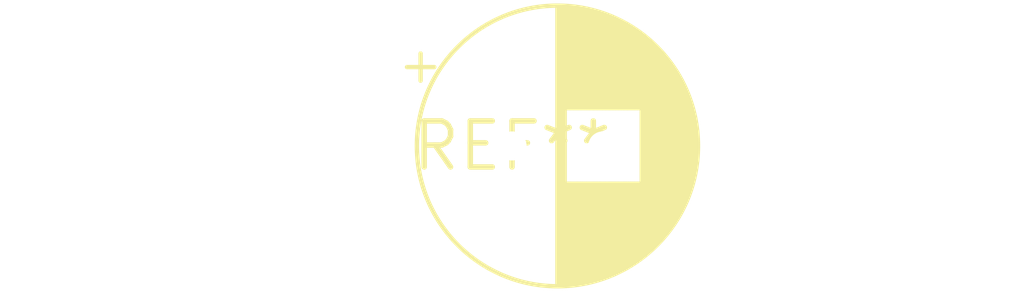
<source format=kicad_pcb>
(kicad_pcb (version 20240108) (generator pcbnew)
  (layers (0 "F.Cu" signal) (31 "B.Cu" signal) (34 "B.Paste" user) (35 "F.Paste" user) (36 "B.SilkS" user "B.Silkscreen") (37 "F.SilkS" user "F.Silkscreen") (38 "B.Mask" user) (39 "F.Mask" user) (44 "Edge.Cuts" user))
  (net 0 "")
  (footprint "CP_Radial_D7.5mm_P2.50mm" (layer "F.Cu") (at 0 0)
    (property "Reference" "REF**")
    (property "Value" "CP_Radial_D7.5mm_P2.50mm")
    (fp_line (start -2.892211 -2.175) (end -2.142211 -2.175) (layer "F.SilkS") (stroke (width 0.12)))
    (fp_line (start -2.517211 -2.55) (end -2.517211 -1.8) (layer "F.SilkS") (stroke (width 0.12)))
    (fp_line (start 1.25 -3.83) (end 1.25 3.83) (layer "F.SilkS") (stroke (width 0.12)))
    (fp_line (start 1.29 -3.83) (end 1.29 3.83) (layer "F.SilkS") (stroke (width 0.12)))
    (fp_line (start 1.33 -3.83) (end 1.33 3.83) (layer "F.SilkS") (stroke (width 0.12)))
    (fp_line (start 1.37 -3.829) (end 1.37 3.829) (layer "F.SilkS") (stroke (width 0.12)))
    (fp_line (start 1.41 -3.827) (end 1.41 3.827) (layer "F.SilkS") (stroke (width 0.12)))
    (fp_line (start 1.45 -3.825) (end 1.45 3.825) (layer "F.SilkS") (stroke (width 0.12)))
    (fp_line (start 1.49 -3.823) (end 1.49 -1.04) (layer "F.SilkS") (stroke (width 0.12)))
    (fp_line (start 1.49 1.04) (end 1.49 3.823) (layer "F.SilkS") (stroke (width 0.12)))
    (fp_line (start 1.53 -3.82) (end 1.53 -1.04) (layer "F.SilkS") (stroke (width 0.12)))
    (fp_line (start 1.53 1.04) (end 1.53 3.82) (layer "F.SilkS") (stroke (width 0.12)))
    (fp_line (start 1.57 -3.817) (end 1.57 -1.04) (layer "F.SilkS") (stroke (width 0.12)))
    (fp_line (start 1.57 1.04) (end 1.57 3.817) (layer "F.SilkS") (stroke (width 0.12)))
    (fp_line (start 1.61 -3.814) (end 1.61 -1.04) (layer "F.SilkS") (stroke (width 0.12)))
    (fp_line (start 1.61 1.04) (end 1.61 3.814) (layer "F.SilkS") (stroke (width 0.12)))
    (fp_line (start 1.65 -3.81) (end 1.65 -1.04) (layer "F.SilkS") (stroke (width 0.12)))
    (fp_line (start 1.65 1.04) (end 1.65 3.81) (layer "F.SilkS") (stroke (width 0.12)))
    (fp_line (start 1.69 -3.805) (end 1.69 -1.04) (layer "F.SilkS") (stroke (width 0.12)))
    (fp_line (start 1.69 1.04) (end 1.69 3.805) (layer "F.SilkS") (stroke (width 0.12)))
    (fp_line (start 1.73 -3.801) (end 1.73 -1.04) (layer "F.SilkS") (stroke (width 0.12)))
    (fp_line (start 1.73 1.04) (end 1.73 3.801) (layer "F.SilkS") (stroke (width 0.12)))
    (fp_line (start 1.77 -3.795) (end 1.77 -1.04) (layer "F.SilkS") (stroke (width 0.12)))
    (fp_line (start 1.77 1.04) (end 1.77 3.795) (layer "F.SilkS") (stroke (width 0.12)))
    (fp_line (start 1.81 -3.79) (end 1.81 -1.04) (layer "F.SilkS") (stroke (width 0.12)))
    (fp_line (start 1.81 1.04) (end 1.81 3.79) (layer "F.SilkS") (stroke (width 0.12)))
    (fp_line (start 1.85 -3.784) (end 1.85 -1.04) (layer "F.SilkS") (stroke (width 0.12)))
    (fp_line (start 1.85 1.04) (end 1.85 3.784) (layer "F.SilkS") (stroke (width 0.12)))
    (fp_line (start 1.89 -3.777) (end 1.89 -1.04) (layer "F.SilkS") (stroke (width 0.12)))
    (fp_line (start 1.89 1.04) (end 1.89 3.777) (layer "F.SilkS") (stroke (width 0.12)))
    (fp_line (start 1.93 -3.77) (end 1.93 -1.04) (layer "F.SilkS") (stroke (width 0.12)))
    (fp_line (start 1.93 1.04) (end 1.93 3.77) (layer "F.SilkS") (stroke (width 0.12)))
    (fp_line (start 1.971 -3.763) (end 1.971 -1.04) (layer "F.SilkS") (stroke (width 0.12)))
    (fp_line (start 1.971 1.04) (end 1.971 3.763) (layer "F.SilkS") (stroke (width 0.12)))
    (fp_line (start 2.011 -3.755) (end 2.011 -1.04) (layer "F.SilkS") (stroke (width 0.12)))
    (fp_line (start 2.011 1.04) (end 2.011 3.755) (layer "F.SilkS") (stroke (width 0.12)))
    (fp_line (start 2.051 -3.747) (end 2.051 -1.04) (layer "F.SilkS") (stroke (width 0.12)))
    (fp_line (start 2.051 1.04) (end 2.051 3.747) (layer "F.SilkS") (stroke (width 0.12)))
    (fp_line (start 2.091 -3.738) (end 2.091 -1.04) (layer "F.SilkS") (stroke (width 0.12)))
    (fp_line (start 2.091 1.04) (end 2.091 3.738) (layer "F.SilkS") (stroke (width 0.12)))
    (fp_line (start 2.131 -3.729) (end 2.131 -1.04) (layer "F.SilkS") (stroke (width 0.12)))
    (fp_line (start 2.131 1.04) (end 2.131 3.729) (layer "F.SilkS") (stroke (width 0.12)))
    (fp_line (start 2.171 -3.72) (end 2.171 -1.04) (layer "F.SilkS") (stroke (width 0.12)))
    (fp_line (start 2.171 1.04) (end 2.171 3.72) (layer "F.SilkS") (stroke (width 0.12)))
    (fp_line (start 2.211 -3.71) (end 2.211 -1.04) (layer "F.SilkS") (stroke (width 0.12)))
    (fp_line (start 2.211 1.04) (end 2.211 3.71) (layer "F.SilkS") (stroke (width 0.12)))
    (fp_line (start 2.251 -3.699) (end 2.251 -1.04) (layer "F.SilkS") (stroke (width 0.12)))
    (fp_line (start 2.251 1.04) (end 2.251 3.699) (layer "F.SilkS") (stroke (width 0.12)))
    (fp_line (start 2.291 -3.688) (end 2.291 -1.04) (layer "F.SilkS") (stroke (width 0.12)))
    (fp_line (start 2.291 1.04) (end 2.291 3.688) (layer "F.SilkS") (stroke (width 0.12)))
    (fp_line (start 2.331 -3.677) (end 2.331 -1.04) (layer "F.SilkS") (stroke (width 0.12)))
    (fp_line (start 2.331 1.04) (end 2.331 3.677) (layer "F.SilkS") (stroke (width 0.12)))
    (fp_line (start 2.371 -3.665) (end 2.371 -1.04) (layer "F.SilkS") (stroke (width 0.12)))
    (fp_line (start 2.371 1.04) (end 2.371 3.665) (layer "F.SilkS") (stroke (width 0.12)))
    (fp_line (start 2.411 -3.653) (end 2.411 -1.04) (layer "F.SilkS") (stroke (width 0.12)))
    (fp_line (start 2.411 1.04) (end 2.411 3.653) (layer "F.SilkS") (stroke (width 0.12)))
    (fp_line (start 2.451 -3.64) (end 2.451 -1.04) (layer "F.SilkS") (stroke (width 0.12)))
    (fp_line (start 2.451 1.04) (end 2.451 3.64) (layer "F.SilkS") (stroke (width 0.12)))
    (fp_line (start 2.491 -3.626) (end 2.491 -1.04) (layer "F.SilkS") (stroke (width 0.12)))
    (fp_line (start 2.491 1.04) (end 2.491 3.626) (layer "F.SilkS") (stroke (width 0.12)))
    (fp_line (start 2.531 -3.613) (end 2.531 -1.04) (layer "F.SilkS") (stroke (width 0.12)))
    (fp_line (start 2.531 1.04) (end 2.531 3.613) (layer "F.SilkS") (stroke (width 0.12)))
    (fp_line (start 2.571 -3.598) (end 2.571 -1.04) (layer "F.SilkS") (stroke (width 0.12)))
    (fp_line (start 2.571 1.04) (end 2.571 3.598) (layer "F.SilkS") (stroke (width 0.12)))
    (fp_line (start 2.611 -3.584) (end 2.611 -1.04) (layer "F.SilkS") (stroke (width 0.12)))
    (fp_line (start 2.611 1.04) (end 2.611 3.584) (layer "F.SilkS") (stroke (width 0.12)))
    (fp_line (start 2.651 -3.568) (end 2.651 -1.04) (layer "F.SilkS") (stroke (width 0.12)))
    (fp_line (start 2.651 1.04) (end 2.651 3.568) (layer "F.SilkS") (stroke (width 0.12)))
    (fp_line (start 2.691 -3.553) (end 2.691 -1.04) (layer "F.SilkS") (stroke (width 0.12)))
    (fp_line (start 2.691 1.04) (end 2.691 3.553) (layer "F.SilkS") (stroke (width 0.12)))
    (fp_line (start 2.731 -3.536) (end 2.731 -1.04) (layer "F.SilkS") (stroke (width 0.12)))
    (fp_line (start 2.731 1.04) (end 2.731 3.536) (layer "F.SilkS") (stroke (width 0.12)))
    (fp_line (start 2.771 -3.52) (end 2.771 -1.04) (layer "F.SilkS") (stroke (width 0.12)))
    (fp_line (start 2.771 1.04) (end 2.771 3.52) (layer "F.SilkS") (stroke (width 0.12)))
    (fp_line (start 2.811 -3.502) (end 2.811 -1.04) (layer "F.SilkS") (stroke (width 0.12)))
    (fp_line (start 2.811 1.04) (end 2.811 3.502) (layer "F.SilkS") (stroke (width 0.12)))
    (fp_line (start 2.851 -3.484) (end 2.851 -1.04) (layer "F.SilkS") (stroke (width 0.12)))
    (fp_line (start 2.851 1.04) (end 2.851 3.484) (layer "F.SilkS") (stroke (width 0.12)))
    (fp_line (start 2.891 -3.466) (end 2.891 -1.04) (layer "F.SilkS") (stroke (width 0.12)))
    (fp_line (start 2.891 1.04) (end 2.891 3.466) (layer "F.SilkS") (stroke (width 0.12)))
    (fp_line (start 2.931 -3.447) (end 2.931 -1.04) (layer "F.SilkS") (stroke (width 0.12)))
    (fp_line (start 2.931 1.04) (end 2.931 3.447) (layer "F.SilkS") (stroke (width 0.12)))
    (fp_line (start 2.971 -3.427) (end 2.971 -1.04) (layer "F.SilkS") (stroke (width 0.12)))
    (fp_line (start 2.971 1.04) (end 2.971 3.427) (layer "F.SilkS") (stroke (width 0.12)))
    (fp_line (start 3.011 -3.407) (end 3.011 -1.04) (layer "F.SilkS") (stroke (width 0.12)))
    (fp_line (start 3.011 1.04) (end 3.011 3.407) (layer "F.SilkS") (stroke (width 0.12)))
    (fp_line (start 3.051 -3.386) (end 3.051 -1.04) (layer "F.SilkS") (stroke (width 0.12)))
    (fp_line (start 3.051 1.04) (end 3.051 3.386) (layer "F.SilkS") (stroke (width 0.12)))
    (fp_line (start 3.091 -3.365) (end 3.091 -1.04) (layer "F.SilkS") (stroke (width 0.12)))
    (fp_line (start 3.091 1.04) (end 3.091 3.365) (layer "F.SilkS") (stroke (width 0.12)))
    (fp_line (start 3.131 -3.343) (end 3.131 -1.04) (layer "F.SilkS") (stroke (width 0.12)))
    (fp_line (start 3.131 1.04) (end 3.131 3.343) (layer "F.SilkS") (stroke (width 0.12)))
    (fp_line (start 3.171 -3.321) (end 3.171 -1.04) (layer "F.SilkS") (stroke (width 0.12)))
    (fp_line (start 3.171 1.04) (end 3.171 3.321) (layer "F.SilkS") (stroke (width 0.12)))
    (fp_line (start 3.211 -3.297) (end 3.211 -1.04) (layer "F.SilkS") (stroke (width 0.12)))
    (fp_line (start 3.211 1.04) (end 3.211 3.297) (layer "F.SilkS") (stroke (width 0.12)))
    (fp_line (start 3.251 -3.274) (end 3.251 -1.04) (layer "F.SilkS") (stroke (width 0.12)))
    (fp_line (start 3.251 1.04) (end 3.251 3.274) (layer "F.SilkS") (stroke (width 0.12)))
    (fp_line (start 3.291 -3.249) (end 3.291 -1.04) (layer "F.SilkS") (stroke (width 0.12)))
    (fp_line (start 3.291 1.04) (end 3.291 3.249) (layer "F.SilkS") (stroke (width 0.12)))
    (fp_line (start 3.331 -3.224) (end 3.331 -1.04) (layer "F.SilkS") (stroke (width 0.12)))
    (fp_line (start 3.331 1.04) (end 3.331 3.224) (layer "F.SilkS") (stroke (width 0.12)))
    (fp_line (start 3.371 -3.198) (end 3.371 -1.04) (layer "F.SilkS") (stroke (width 0.12)))
    (fp_line (start 3.371 1.04) (end 3.371 3.198) (layer "F.SilkS") (stroke (width 0.12)))
    (fp_line (start 3.411 -3.172) (end 3.411 -1.04) (layer "F.SilkS") (stroke (width 0.12)))
    (fp_line (start 3.411 1.04) (end 3.411 3.172) (layer "F.SilkS") (stroke (width 0.12)))
    (fp_line (start 3.451 -3.144) (end 3.451 -1.04) (layer "F.SilkS") (stroke (width 0.12)))
    (fp_line (start 3.451 1.04) (end 3.451 3.144) (layer "F.SilkS") (stroke (width 0.12)))
    (fp_line (start 3.491 -3.116) (end 3.491 -1.04) (layer "F.SilkS") (stroke (width 0.12)))
    (fp_line (start 3.491 1.04) (end 3.491 3.116) (layer "F.SilkS") (stroke (width 0.12)))
    (fp_line (start 3.531 -3.088) (end 3.531 -1.04) (layer "F.SilkS") (stroke (width 0.12)))
    (fp_line (start 3.531 1.04) (end 3.531 3.088) (layer "F.SilkS") (stroke (width 0.12)))
    (fp_line (start 3.571 -3.058) (end 3.571 3.058) (layer "F.SilkS") (stroke (width 0.12)))
    (fp_line (start 3.611 -3.028) (end 3.611 3.028) (layer "F.SilkS") (stroke (width 0.12)))
    (fp_line (start 3.651 -2.996) (end 3.651 2.996) (layer "F.SilkS") (stroke (width 0.12)))
    (fp_line (start 3.691 -2.964) (end 3.691 2.964) (layer "F.SilkS") (stroke (width 0.12)))
    (fp_line (start 3.731 -2.931) (end 3.731 2.931) (layer "F.SilkS") (stroke (width 0.12)))
    (fp_line (start 3.771 -2.898) (end 3.771 2.898) (layer "F.SilkS") (stroke (width 0.12)))
    (fp_line (start 3.811 -2.863) (end 3.811 2.863) (layer "F.SilkS") (stroke (width 0.12)))
    (fp_line (start 3.851 -2.827) (end 3.851 2.827) (layer "F.SilkS") (stroke (width 0.12)))
    (fp_line (start 3.891 -2.79) (end 3.891 2.79) (layer "F.SilkS") (stroke (width 0.12)))
    (fp_line (start 3.931 -2.752) (end 3.931 2.752) (layer "F.SilkS") (stroke (width 0.12)))
    (fp_line (start 3.971 -2.713) (end 3.971 2.713) (layer "F.SilkS") (stroke (width 0.12)))
    (fp_line (start 4.011 -2.673) (end 4.011 2.673) (layer "F.SilkS") (stroke (width 0.12)))
    (fp_line (start 4.051 -2.632) (end 4.051 2.632) (layer "F.SilkS") (stroke (width 0.12)))
    (fp_line (start 4.091 -2.589) (end 4.091 2.589) (layer "F.SilkS") (stroke (width 0.12)))
    (fp_line (start 4.131 -2.546) (end 4.131 2.546) (layer "F.SilkS") (stroke (width 0.12)))
    (fp_line (start 4.171 -2.5) (end 4.171 2.5) (layer "F.SilkS") (stroke (width 0.12)))
    (fp_line (start 4.211 -2.454) (end 4.211 2.454) (layer "F.SilkS") (stroke (width 0.12)))
    (fp_line (start 4.251 -2.405) (end 4.251 2.405) (layer "F.SilkS") (stroke (width 0.12)))
    (fp_line (start 4.291 -2.355) (end 4.291 2.355) (layer "F.SilkS") (stroke (width 0.12)))
    (fp_line (start 4.331 -2.304) (end 4.331 2.304) (layer "F.SilkS") (stroke (width 0.12)))
    (fp_line (start 4.371 -2.25) (end 4.371 2.25) (layer "F.SilkS") (stroke (width 0.12)))
    (fp_line (start 4.411 -2.195) (end 4.411 2.195) (layer "F.SilkS") (stroke (width 0.12)))
    (fp_line (start 4.451 -2.137) (end 4.451 2.137) (layer "F.SilkS") (stroke (width 0.12)))
    (fp_line (start 4.491 -2.077) (end 4.491 2.077) (layer "F.SilkS") (stroke (width 0.12)))
    (fp_line (start 4.531 -2.014) (end 4.531 2.014) (layer "F.SilkS") (stroke (width 0.12)))
    (fp_line (start 4.571 -1.949) (end 4.571 1.949) (layer "F.SilkS") (stroke (width 0.12)))
    (fp_line (start 4.611 -1.881) (end 4.611 1.881) (layer "F.SilkS") (stroke (width 0.12)))
    (fp_line (start 4.651 -1.809) (end 4.651 1.809) (layer "F.SilkS") (stroke (width 0.12)))
    (fp_line (start 4.691 -1.733) (end 4.691 1.733) (layer "F.SilkS") (stroke (width 0.12)))
    (fp_line (start 4.731 -1.654) (end 4.731 1.654) (layer "F.SilkS") (stroke (width 0.12)))
    (fp_line (start 4.771 -1.569) (end 4.771 1.569) (layer "F.SilkS") (stroke (width 0.12)))
    (fp_line (start 4.811 -1.478) (end 4.811 1.478) (layer "F.SilkS") (stroke (width 0.12)))
    (fp_line (start 4.851 -1.381) (end 4.851 1.381) (layer "F.SilkS") (stroke (width 0.12)))
    (fp_line (start 4.891 -1.275) (end 4.891 1.275) (layer "F.SilkS") (stroke (width 0.12)))
    (fp_line (start 4.931 -1.158) (end 4.931 1.158) (layer "F.SilkS") (stroke (width 0.12)))
    (fp_line (start 4.971 -1.028) (end 4.971 1.028) (layer "F.SilkS") (stroke (width 0.12)))
    (fp_line (start 5.011 -0.877) (end 5.011 0.877) (layer "F.SilkS") (stroke (width 0.12)))
    (fp_line (start 5.051 -0.693) (end 5.051 0.693) (layer "F.SilkS") (stroke (width 0.12)))
    (fp_line (start 5.091 -0.441) (end 5.091 0.441) (layer "F.SilkS") (stroke (width 0.12)))
    (fp_circle (center 1.25 0) (end 5.12 0) (layer "F.SilkS") (stroke (width 0.12)) (fill none))
    (pad "1" thru_hole rect (at 0 0) (size 1.6 1.6) (drill 0.8) (layers *.Cu *.Mask) (remove_unused_layers))
    (pad "2" thru_hole circle (at 2.5 0) (size 1.6 1.6) (drill 0.8) (layers *.Cu *.Mask) (remove_unused_layers))
  )
)
</source>
